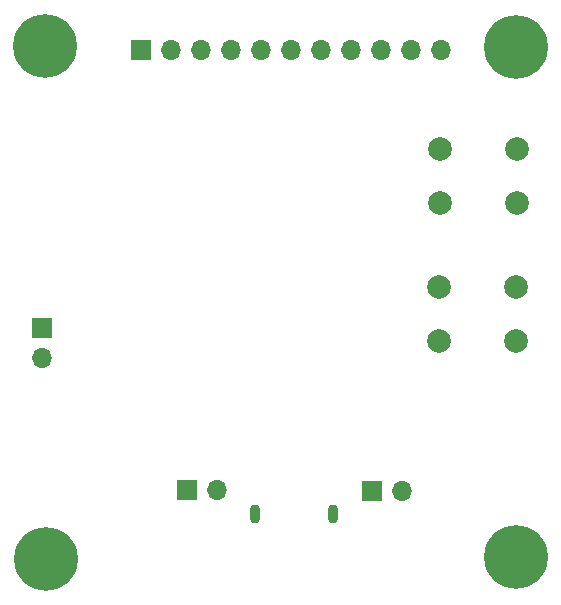
<source format=gbs>
G04 #@! TF.GenerationSoftware,KiCad,Pcbnew,7.0.7*
G04 #@! TF.CreationDate,2024-07-30T23:44:59+02:00*
G04 #@! TF.ProjectId,linefollower_pcb,6c696e65-666f-46c6-9c6f-7765725f7063,rev?*
G04 #@! TF.SameCoordinates,Original*
G04 #@! TF.FileFunction,Soldermask,Bot*
G04 #@! TF.FilePolarity,Negative*
%FSLAX46Y46*%
G04 Gerber Fmt 4.6, Leading zero omitted, Abs format (unit mm)*
G04 Created by KiCad (PCBNEW 7.0.7) date 2024-07-30 23:44:59*
%MOMM*%
%LPD*%
G01*
G04 APERTURE LIST*
%ADD10O,0.900000X1.600000*%
%ADD11R,1.700000X1.700000*%
%ADD12O,1.700000X1.700000*%
%ADD13C,0.800000*%
%ADD14C,5.400000*%
%ADD15C,2.000000*%
G04 APERTURE END LIST*
D10*
X90850000Y-118525000D03*
X84250000Y-118525000D03*
D11*
X94200000Y-116600000D03*
D12*
X96740000Y-116600000D03*
D11*
X78460000Y-116550000D03*
D12*
X81000000Y-116550000D03*
D11*
X74640000Y-79300000D03*
D12*
X77180000Y-79300000D03*
X79720000Y-79300000D03*
X82260000Y-79300000D03*
X84800000Y-79300000D03*
X87340000Y-79300000D03*
X89880000Y-79300000D03*
X92420000Y-79300000D03*
X94960000Y-79300000D03*
X97500000Y-79300000D03*
X100040000Y-79300000D03*
D13*
X64475000Y-78950000D03*
X65068109Y-77518109D03*
X65068109Y-80381891D03*
X66500000Y-76925000D03*
D14*
X66500000Y-78950000D03*
D13*
X66500000Y-80975000D03*
X67931891Y-77518109D03*
X67931891Y-80381891D03*
X68525000Y-78950000D03*
D15*
X99850000Y-99381128D03*
X106350000Y-99381128D03*
X99850000Y-103881128D03*
X106350000Y-103881128D03*
D13*
X104300000Y-79068109D03*
X104893109Y-77636218D03*
X104893109Y-80500000D03*
X106325000Y-77043109D03*
D14*
X106325000Y-79068109D03*
D13*
X106325000Y-81093109D03*
X107756891Y-77636218D03*
X107756891Y-80500000D03*
X108350000Y-79068109D03*
X104325000Y-122218109D03*
X104918109Y-120786218D03*
X104918109Y-123650000D03*
X106350000Y-120193109D03*
D14*
X106350000Y-122218109D03*
D13*
X106350000Y-124243109D03*
X107781891Y-120786218D03*
X107781891Y-123650000D03*
X108375000Y-122218109D03*
D15*
X99900000Y-87700000D03*
X106400000Y-87700000D03*
X99900000Y-92200000D03*
X106400000Y-92200000D03*
D13*
X64525000Y-122350000D03*
X65118109Y-120918109D03*
X65118109Y-123781891D03*
X66550000Y-120325000D03*
D14*
X66550000Y-122350000D03*
D13*
X66550000Y-124375000D03*
X67981891Y-120918109D03*
X67981891Y-123781891D03*
X68575000Y-122350000D03*
D11*
X66250000Y-102850000D03*
D12*
X66250000Y-105390000D03*
M02*

</source>
